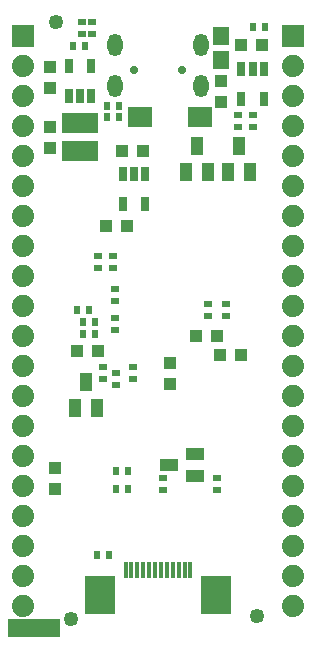
<source format=gbr>
G04 #@! TF.GenerationSoftware,KiCad,Pcbnew,5.1.0-rc2-unknown-036be7d~80~ubuntu16.04.1*
G04 #@! TF.CreationDate,2022-06-21T13:21:02+03:00*
G04 #@! TF.ProjectId,RT1010Py_Rev.C,52543130-3130-4507-995f-5265762e432e,C*
G04 #@! TF.SameCoordinates,Original*
G04 #@! TF.FileFunction,Soldermask,Bot*
G04 #@! TF.FilePolarity,Negative*
%FSLAX46Y46*%
G04 Gerber Fmt 4.6, Leading zero omitted, Abs format (unit mm)*
G04 Created by KiCad (PCBNEW 5.1.0-rc2-unknown-036be7d~80~ubuntu16.04.1) date 2022-06-21 13:21:02*
%MOMM*%
%LPD*%
G04 APERTURE LIST*
%ADD10C,0.100000*%
%ADD11C,1.879600*%
%ADD12R,1.879600X1.879600*%
%ADD13R,1.501600X1.101600*%
%ADD14R,0.651600X0.601600*%
%ADD15R,2.101600X1.801600*%
%ADD16R,1.117600X1.117600*%
%ADD17R,0.651600X1.301600*%
%ADD18R,0.351600X1.401600*%
%ADD19R,2.601600X3.301600*%
%ADD20R,0.601600X0.651600*%
%ADD21R,1.101600X1.501600*%
%ADD22R,1.371600X1.625600*%
%ADD23R,3.101600X1.701600*%
%ADD24C,1.254000*%
%ADD25O,1.301600X1.901600*%
%ADD26C,0.701600*%
G04 APERTURE END LIST*
D10*
G36*
X142748000Y-114300000D02*
G01*
X138430000Y-114300000D01*
X138430000Y-112903000D01*
X142748000Y-112903000D01*
X142748000Y-114300000D01*
G37*
X142748000Y-114300000D02*
X138430000Y-114300000D01*
X138430000Y-112903000D01*
X142748000Y-112903000D01*
X142748000Y-114300000D01*
D11*
X139700000Y-71120000D03*
X139700000Y-68580000D03*
X139700000Y-66040000D03*
D12*
X139700000Y-63500000D03*
D11*
X139700000Y-73660000D03*
X139700000Y-76200000D03*
X139700000Y-81280000D03*
X139700000Y-78740000D03*
X139700000Y-83820000D03*
X139700000Y-86360000D03*
X139700000Y-91440000D03*
X139700000Y-88900000D03*
X139700000Y-93980000D03*
X139700000Y-96520000D03*
X139700000Y-101600000D03*
X139700000Y-99060000D03*
X139700000Y-109220000D03*
X139700000Y-111760000D03*
X139700000Y-106680000D03*
X139700000Y-104140000D03*
D13*
X154269440Y-98872040D03*
X154269440Y-100774500D03*
X152059640Y-99819460D03*
D14*
X147320000Y-83185000D03*
X147320000Y-82169000D03*
D15*
X149646000Y-70358000D03*
X154646000Y-70358000D03*
D16*
X146685000Y-79629000D03*
X148463000Y-79629000D03*
X149860000Y-73279000D03*
X148082000Y-73279000D03*
X158115000Y-90551000D03*
X156337000Y-90551000D03*
D11*
X162560000Y-71120000D03*
X162560000Y-68580000D03*
X162560000Y-66040000D03*
D12*
X162560000Y-63500000D03*
D11*
X162560000Y-73660000D03*
X162560000Y-76200000D03*
X162560000Y-81280000D03*
X162560000Y-78740000D03*
X162560000Y-83820000D03*
X162560000Y-86360000D03*
X162560000Y-91440000D03*
X162560000Y-88900000D03*
X162560000Y-93980000D03*
X162560000Y-96520000D03*
X162560000Y-101600000D03*
X162560000Y-99060000D03*
X162560000Y-109220000D03*
X162560000Y-111760000D03*
X162560000Y-106680000D03*
X162560000Y-104140000D03*
D16*
X142367000Y-100076000D03*
X142367000Y-101854000D03*
X141986000Y-71247000D03*
X141986000Y-73025000D03*
X144272000Y-90170000D03*
X146050000Y-90170000D03*
X141986000Y-67945000D03*
X141986000Y-66167000D03*
X156464000Y-67310000D03*
X156464000Y-69088000D03*
X152146000Y-92964000D03*
X152146000Y-91186000D03*
X156083000Y-88900000D03*
X154305000Y-88900000D03*
X159893000Y-64262000D03*
X158115000Y-64262000D03*
D17*
X148148000Y-75154000D03*
X149098000Y-75154000D03*
X150048000Y-75154000D03*
X148148000Y-77754000D03*
X150048000Y-77754000D03*
X145476000Y-68610000D03*
X144526000Y-68610000D03*
X143576000Y-68610000D03*
X145476000Y-66010000D03*
X143576000Y-66010000D03*
X158181000Y-66264000D03*
X159131000Y-66264000D03*
X160081000Y-66264000D03*
X158181000Y-68864000D03*
X160081000Y-68864000D03*
D18*
X153880000Y-108740000D03*
X153380000Y-108740000D03*
X152880000Y-108740000D03*
X152380000Y-108740000D03*
X151880000Y-108740000D03*
X151380000Y-108740000D03*
D19*
X156030000Y-110840000D03*
X146230000Y-110840000D03*
D18*
X150880000Y-108740000D03*
X150380000Y-108740000D03*
X149880000Y-108740000D03*
X149380000Y-108740000D03*
X148880000Y-108740000D03*
X148380000Y-108740000D03*
D20*
X145923000Y-107442000D03*
X146939000Y-107442000D03*
X144272000Y-86741000D03*
X145288000Y-86741000D03*
D14*
X144653000Y-63373000D03*
X144653000Y-62357000D03*
D20*
X144780000Y-88773000D03*
X145796000Y-88773000D03*
D14*
X147447000Y-84963000D03*
X147447000Y-85979000D03*
D20*
X147828000Y-69469000D03*
X146812000Y-69469000D03*
X144780000Y-87757000D03*
X145796000Y-87757000D03*
D14*
X148971000Y-92583000D03*
X148971000Y-91567000D03*
X155321000Y-87249000D03*
X155321000Y-86233000D03*
X156845000Y-87249000D03*
X156845000Y-86233000D03*
X146050000Y-82169000D03*
X146050000Y-83185000D03*
X146431000Y-91567000D03*
X146431000Y-92583000D03*
X151511000Y-100965000D03*
X151511000Y-101981000D03*
D20*
X147574000Y-100330000D03*
X148590000Y-100330000D03*
X147574000Y-101854000D03*
X148590000Y-101854000D03*
D14*
X145542000Y-62357000D03*
X145542000Y-63373000D03*
D20*
X144907000Y-64389000D03*
X143891000Y-64389000D03*
D14*
X147447000Y-88392000D03*
X147447000Y-87376000D03*
D20*
X146812000Y-70358000D03*
X147828000Y-70358000D03*
D14*
X156083000Y-100965000D03*
X156083000Y-101981000D03*
X159131000Y-70231000D03*
X159131000Y-71247000D03*
D20*
X159131000Y-62738000D03*
X160147000Y-62738000D03*
D14*
X157861000Y-71247000D03*
X157861000Y-70231000D03*
X147574000Y-93091000D03*
X147574000Y-92075000D03*
D21*
X155381960Y-75021440D03*
X153479500Y-75021440D03*
X154434540Y-72811640D03*
X158937960Y-75021440D03*
X157035500Y-75021440D03*
X157990540Y-72811640D03*
D22*
X156464000Y-65532000D03*
X156464000Y-63500000D03*
D21*
X145984000Y-95037000D03*
X144084000Y-95037000D03*
X145034000Y-92837000D03*
D23*
X144526000Y-73266000D03*
X144526000Y-70866000D03*
D24*
X159512000Y-112649000D03*
X142494000Y-62357000D03*
X143764000Y-112903000D03*
D25*
X147530000Y-64266000D03*
X147530000Y-67736000D03*
X154730000Y-67736000D03*
X154730000Y-64266000D03*
D26*
X149130000Y-66416000D03*
X153130000Y-66416000D03*
M02*

</source>
